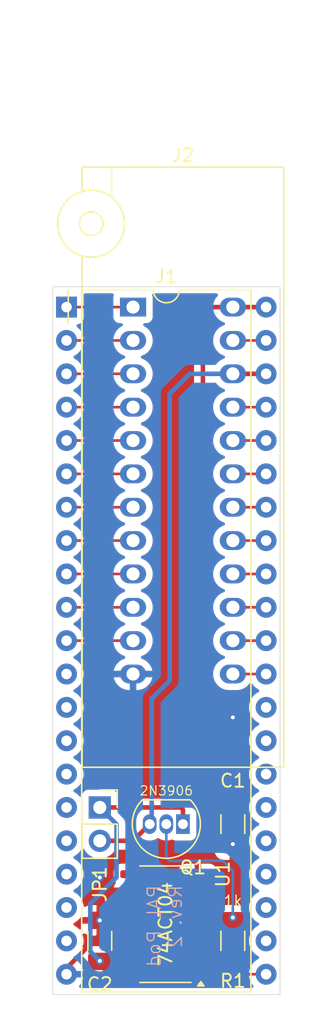
<source format=kicad_pcb>
(kicad_pcb (version 20240108) (generator "pcbnew") (generator_version "8.0")
  (layers (0 "F.Cu" signal) (31 "B.Cu" signal) (34 "B.Paste" user) (35 "F.Paste" user) (36 "B.SilkS" user "B.Silkscreen") (37 "F.SilkS" user "F.Silkscreen") (38 "B.Mask" user) (39 "F.Mask" user) (44 "Edge.Cuts" user))
  (net 0 "")
  (net 1 "GND")
  (net 2 "VCC")
  (net 3 "/ZIF_16")
  (net 4 "/ZIF_36")
  (net 5 "/ZIF_38")
  (net 6 "/ZIF_7")
  (net 7 "/ZIF_29")
  (net 8 "/ZIF_4")
  (net 9 "/ZIF_41")
  (net 10 "/ZIF_2")
  (net 11 "/ZIF_1")
  (net 12 "/ZIF_32")
  (net 13 "/ZIF_25")
  (net 14 "/ZIF_27")
  (net 15 "/ZIF_33")
  (net 16 "/ZIF_24")
  (net 17 "/ZIF_39")
  (net 18 "/ZIF_17")
  (net 19 "/ZIF_37")
  (net 20 "/ZIF_11")
  (net 21 "/ZIF_18")
  (net 22 "/ZIF_28")
  (net 23 "/ZIF_15")
  (net 24 "/ZIF_31")
  (net 25 "/ZIF_23")
  (net 26 "/ZIF_30")
  (net 27 "/ZIF_6")
  (net 28 "/ZIF_34")
  (net 29 "/ZIF_14")
  (net 30 "/ZIF_40")
  (net 31 "/ZIF_35")
  (net 32 "/ZIF_19")
  (net 33 "/ZIF_5")
  (net 34 "/ZIF_12")
  (net 35 "/ZIF_9")
  (net 36 "/ZIF_26")
  (net 37 "/ZIF_20")
  (net 38 "/ZIF_8")
  (net 39 "/ZIF_10")
  (net 40 "/ZIF_22")
  (net 41 "/ZIF_3")
  (net 42 "/ZIF_13")
  (net 43 "Net-(Q1-B)")
  (net 44 "Net-(R1-Pad1)")
  (footprint "Resistor_SMD:R_1206_3216Metric_Pad1.30x1.75mm_HandSolder" (layer "F.Cu") (at 128.27 96.52 90)
    (property "Reference" "R1" (at -3.048 0 180) (layer "F.SilkS"))
    (property "Value" "1k" (at 3.048 0 180) (layer "F.SilkS") (effects (font (size 0.8 0.8) (thickness 0.1))))
    (fp_line (start -0.727064 -0.91) (end 0.727064 -0.91) (stroke (width 0.12)) (layer "F.SilkS"))
    (fp_line (start -0.727064 0.91) (end 0.727064 0.91) (stroke (width 0.12)) (layer "F.SilkS"))
    (pad "1" smd roundrect (at -1.55 0 90) (size 1.3 1.75) (layers "F.Cu" "F.Paste" "F.Mask") (roundrect_rratio 0.192308) (net 44 "Net-(R1-Pad1)"))
    (pad "2" smd roundrect (at 1.55 0 90) (size 1.3 1.75) (layers "F.Cu" "F.Paste" "F.Mask") (roundrect_rratio 0.192308) (net 43 "Net-(Q1-B)"))
  )
  (footprint "Package_DIP:DIP-42_W15.24mm" (layer "F.Cu") (at 115.57 48.26)
    (property "Reference" "J1" (at 7.62 -2.33 0) (layer "F.SilkS"))
    (property "Value" "dupico")
    (fp_line (start 1.16 -1.33) (end 1.16 52.13) (stroke (width 0.12)) (layer "F.SilkS"))
    (fp_line (start 1.16 52.13) (end 14.08 52.13) (stroke (width 0.12)) (layer "F.SilkS"))
    (fp_line (start 6.62 -1.33) (end 1.16 -1.33) (stroke (width 0.12)) (layer "F.SilkS"))
    (fp_line (start 14.08 -1.33) (end 8.62 -1.33) (stroke (width 0.12)) (layer "F.SilkS"))
    (fp_line (start 14.08 52.13) (end 14.08 -1.33) (stroke (width 0.12)) (layer "F.SilkS"))
    (fp_arc (start 8.62 -1.33) (mid 7.62 -0.33) (end 6.62 -1.33) (stroke (width 0.12)) (layer "F.SilkS"))
    (pad "1" thru_hole rect (at 0 0) (size 1.6 1.6) (drill 0.8) (layers "*.Cu" "*.Mask") (net 11 "/ZIF_1"))
    (pad "2" thru_hole oval (at 0 2.54) (size 1.6 1.6) (drill 0.8) (layers "*.Cu" "*.Mask") (net 10 "/ZIF_2"))
    (pad "3" thru_hole oval (at 0 5.08) (size 1.6 1.6) (drill 0.8) (layers "*.Cu" "*.Mask") (net 41 "/ZIF_3"))
    (pad "4" thru_hole oval (at 0 7.62) (size 1.6 1.6) (drill 0.8) (layers "*.Cu" "*.Mask") (net 8 "/ZIF_4"))
    (pad "5" thru_hole oval (at 0 10.16) (size 1.6 1.6) (drill 0.8) (layers "*.Cu" "*.Mask") (net 33 "/ZIF_5"))
    (pad "6" thru_hole oval (at 0 12.7) (size 1.6 1.6) (drill 0.8) (layers "*.Cu" "*.Mask") (net 27 "/ZIF_6"))
    (pad "7" thru_hole oval (at 0 15.24) (size 1.6 1.6) (drill 0.8) (layers "*.Cu" "*.Mask") (net 6 "/ZIF_7"))
    (pad "8" thru_hole oval (at 0 17.78) (size 1.6 1.6) (drill 0.8) (layers "*.Cu" "*.Mask") (net 38 "/ZIF_8"))
    (pad "9" thru_hole oval (at 0 20.32) (size 1.6 1.6) (drill 0.8) (layers "*.Cu" "*.Mask") (net 35 "/ZIF_9"))
    (pad "10" thru_hole oval (at 0 22.86) (size 1.6 1.6) (drill 0.8) (layers "*.Cu" "*.Mask") (net 39 "/ZIF_10"))
    (pad "11" thru_hole oval (at 0 25.4) (size 1.6 1.6) (drill 0.8) (layers "*.Cu" "*.Mask") (net 20 "/ZIF_11"))
    (pad "12" thru_hole oval (at 0 27.94) (size 1.6 1.6) (drill 0.8) (layers "*.Cu" "*.Mask") (net 34 "/ZIF_12"))
    (pad "13" thru_hole oval (at 0 30.48) (size 1.6 1.6) (drill 0.8) (layers "*.Cu" "*.Mask") (net 42 "/ZIF_13"))
    (pad "14" thru_hole oval (at 0 33.02) (size 1.6 1.6) (drill 0.8) (layers "*.Cu" "*.Mask") (net 29 "/ZIF_14"))
    (pad "15" thru_hole oval (at 0 35.56) (size 1.6 1.6) (drill 0.8) (layers "*.Cu" "*.Mask") (net 23 "/ZIF_15"))
    (pad "16" thru_hole oval (at 0 38.1) (size 1.6 1.6) (drill 0.8) (layers "*.Cu" "*.Mask") (net 3 "/ZIF_16"))
    (pad "17" thru_hole oval (at 0 40.64) (size 1.6 1.6) (drill 0.8) (layers "*.Cu" "*.Mask") (net 18 "/ZIF_17"))
    (pad "18" thru_hole oval (at 0 43.18) (size 1.6 1.6) (drill 0.8) (layers "*.Cu" "*.Mask") (net 21 "/ZIF_18"))
    (pad "19" thru_hole oval (at 0 45.72) (size 1.6 1.6) (drill 0.8) (layers "*.Cu" "*.Mask") (net 32 "/ZIF_19"))
    (pad "20" thru_hole oval (at 0 48.26) (size 1.6 1.6) (drill 0.8) (layers "*.Cu" "*.Mask") (net 37 "/ZIF_20"))
    (pad "21" thru_hole oval (at 0 50.8) (size 1.6 1.6) (drill 0.8) (layers "*.Cu" "*.Mask") (net 1 "GND"))
    (pad "22" thru_hole oval (at 15.24 50.8) (size 1.6 1.6) (drill 0.8) (layers "*.Cu" "*.Mask") (net 40 "/ZIF_22"))
    (pad "23" thru_hole oval (at 15.24 48.26) (size 1.6 1.6) (drill 0.8) (layers "*.Cu" "*.Mask") (net 25 "/ZIF_23"))
    (pad "24" thru_hole oval (at 15.24 45.72) (size 1.6 1.6) (drill 0.8) (layers "*.Cu" "*.Mask") (net 16 "/ZIF_24"))
    (pad "25" thru_hole oval (at 15.24 43.18) (size 1.6 1.6) (drill 0.8) (layers "*.Cu" "*.Mask") (net 13 "/ZIF_25"))
    (pad "26" thru_hole oval (at 15.24 40.64) (size 1.6 1.6) (drill 0.8) (layers "*.Cu" "*.Mask") (net 36 "/ZIF_26"))
    (pad "27" thru_hole oval (at 15.24 38.1) (size 1.6 1.6) (drill 0.8) (layers "*.Cu" "*.Mask") (net 14 "/ZIF_27"))
    (pad "28" thru_hole oval (at 15.24 35.56) (size 1.6 1.6) (drill 0.8) (layers "*.Cu" "*.Mask") (net 22 "/ZIF_28"))
    (pad "29" thru_hole oval (at 15.24 33.02) (size 1.6 1.6) (drill 0.8) (layers "*.Cu" "*.Mask") (net 7 "/ZIF_29"))
    (pad "30" thru_hole oval (at 15.24 30.48) (size 1.6 1.6) (drill 0.8) (layers "*.Cu" "*.Mask") (net 26 "/ZIF_30"))
    (pad "31" thru_hole oval (at 15.24 27.94) (size 1.6 1.6) (drill 0.8) (layers "*.Cu" "*.Mask") (net 24 "/ZIF_31"))
    (pad "32" thru_hole oval (at 15.24 25.4) (size 1.6 1.6) (drill 0.8) (layers "*.Cu" "*.Mask") (net 12 "/ZIF_32"))
    (pad "33" thru_hole oval (at 15.24 22.86) (size 1.6 1.6) (drill 0.8) (layers "*.Cu" "*.Mask") (net 15 "/ZIF_33"))
    (pad "34" thru_hole oval (at 15.24 20.32) (size 1.6 1.6) (drill 0.8) (layers "*.Cu" "*.Mask") (net 28 "/ZIF_34"))
    (pad "35" thru_hole oval (at 15.24 17.78) (size 1.6 1.6) (drill 0.8) (layers "*.Cu" "*.Mask") (net 31 "/ZIF_35"))
    (pad "36" thru_hole oval (at 15.24 15.24) (size 1.6 1.6) (drill 0.8) (layers "*.Cu" "*.Mask") (net 4 "/ZIF_36"))
    (pad "37" thru_hole oval (at 15.24 12.7) (size 1.6 1.6) (drill 0.8) (layers "*.Cu" "*.Mask") (net 19 "/ZIF_37"))
    (pad "38" thru_hole oval (at 15.24 10.16) (size 1.6 1.6) (drill 0.8) (layers "*.Cu" "*.Mask") (net 5 "/ZIF_38"))
    (pad "39" thru_hole oval (at 15.24 7.62) (size 1.6 1.6) (drill 0.8) (layers "*.Cu" "*.Mask") (net 17 "/ZIF_39"))
    (pad "40" thru_hole oval (at 15.24 5.08) (size 1.6 1.6) (drill 0.8) (layers "*.Cu" "*.Mask") (net 30 "/ZIF_40"))
    (pad "41" thru_hole oval (at 15.24 2.54) (size 1.6 1.6) (drill 0.8) (layers "*.Cu" "*.Mask") (net 9 "/ZIF_41"))
    (pad "42" thru_hole oval (at 15.24 0) (size 1.6 1.6) (drill 0.8) (layers "*.Cu" "*.Mask") (net 2 "VCC"))
  )
  (footprint "Socket:DIP_Socket-24_W4.3_W5.08_W7.62_W10.16_W10.9_3M_224-5248-00-0602J" (layer "F.Cu") (at 120.65 48.26)
    (property "Reference" "J2" (at 3.81 -11.56 0) (layer "F.SilkS"))
    (property "Value" "GAL")
    (fp_line (start -4.95 1.27) (end -4.95 -1.27) (stroke (width 0.12)) (layer "F.SilkS"))
    (fp_line (start -3.89 -10.66) (end -3.89 -8.8) (stroke (width 0.12)) (layer "F.SilkS"))
    (fp_line (start -3.89 -3.9) (end -3.89 35.04) (stroke (width 0.12)) (layer "F.SilkS"))
    (fp_line (start -3.89 35.04) (end 11.51 35.04) (stroke (width 0.12)) (layer "F.SilkS"))
    (fp_line (start -1.65 -10.66) (end -1.65 -8.4) (stroke (width 0.12)) (layer "F.SilkS"))
    (fp_line (start 11.51 -10.66) (end -3.89 -10.66) (stroke (width 0.12)) (layer "F.SilkS"))
    (fp_line (start 11.51 35.04) (end 11.51 -10.66) (stroke (width 0.12)) (layer "F.SilkS"))
    (fp_circle (center -3.2 -6.35) (end -2.3 -6.35) (stroke (width 0.12)) (fill none) (layer "F.SilkS"))
    (fp_circle (center -3.2 -6.35) (end -0.65 -6.35) (stroke (width 0.12)) (fill none) (layer "F.SilkS"))
    (pad "1" thru_hole rect (at 0 0) (size 2 1.44) (drill 1) (layers "*.Cu" "*.Mask") (net 11 "/ZIF_1"))
    (pad "2" thru_hole oval (at 0 2.54) (size 2 1.44) (drill 1) (layers "*.Cu" "*.Mask") (net 10 "/ZIF_2"))
    (pad "3" thru_hole oval (at 0 5.08) (size 2 1.44) (drill 1) (layers "*.Cu" "*.Mask") (net 41 "/ZIF_3"))
    (pad "4" thru_hole oval (at 0 7.62) (size 2 1.44) (drill 1) (layers "*.Cu" "*.Mask") (net 8 "/ZIF_4"))
    (pad "5" thru_hole oval (at 0 10.16) (size 2 1.44) (drill 1) (layers "*.Cu" "*.Mask") (net 33 "/ZIF_5"))
    (pad "6" thru_hole oval (at 0 12.7) (size 2 1.44) (drill 1) (layers "*.Cu" "*.Mask") (net 27 "/ZIF_6"))
    (pad "7" thru_hole oval (at 0 15.24) (size 2 1.44) (drill 1) (layers "*.Cu" "*.Mask") (net 6 "/ZIF_7"))
    (pad "8" thru_hole oval (at 0 17.78) (size 2 1.44) (drill 1) (layers "*.Cu" "*.Mask") (net 38 "/ZIF_8"))
    (pad "9" thru_hole oval (at 0 20.32) (size 2 1.44) (drill 1) (layers "*.Cu" "*.Mask") (net 35 "/ZIF_9"))
    (pad "10" thru_hole oval (at 0 22.86) (size 2 1.44) (drill 1) (layers "*.Cu" "*.Mask") (net 39 "/ZIF_10"))
    (pad "11" thru_hole oval (at 0 25.4) (size 2 1.44) (drill 1) (layers "*.Cu" "*.Mask") (net 20 "/ZIF_11"))
    (pad "12" thru_hole oval (at 0 27.94) (size 2 1.44) (drill 1) (layers "*.Cu" "*.Mask") (net 1 "GND"))
    (pad "13" thru_hole oval (at 7.62 27.94) (size 2 1.44) (drill 1) (layers "*.Cu" "*.Mask") (net 24 "/ZIF_31"))
    (pad "14" thru_hole oval (at 7.62 25.4) (size 2 1.44) (drill 1) (layers "*.Cu" "*.Mask") (net 12 "/ZIF_32"))
    (pad "15" thru_hole oval (at 7.62 22.86) (size 2 1.44) (drill 1) (layers "*.Cu" "*.Mask") (net 15 "/ZIF_33"))
    (pad "16" thru_hole oval (at 7.62 20.32) (size 2 1.44) (drill 1) (layers "*.Cu" "*.Mask") (net 28 "/ZIF_34"))
    (pad "17" thru_hole oval (at 7.62 17.78) (size 2 1.44) (drill 1) (layers "*.Cu" "*.Mask") (net 31 "/ZIF_35"))
    (pad "18" thru_hole oval (at 7.62 15.24) (size 2 1.44) (drill 1) (layers "*.Cu" "*.Mask") (net 4 "/ZIF_36"))
    (pad "19" thru_hole oval (at 7.62 12.7) (size 2 1.44) (drill 1) (layers "*.Cu" "*.Mask") (net 19 "/ZIF_37"))
    (pad "20" thru_hole oval (at 7.62 10.16) (size 2 1.44) (drill 1) (layers "*.Cu" "*.Mask") (net 5 "/ZIF_38"))
    (pad "21" thru_hole oval (at 7.62 7.62) (size 2 1.44) (drill 1) (layers "*.Cu" "*.Mask") (net 17 "/ZIF_39"))
    (pad "22" thru_hole oval (at 7.62 5.08) (size 2 1.44) (drill 1) (layers "*.Cu" "*.Mask") (net 30 "/ZIF_40"))
    (pad "23" thru_hole oval (at 7.62 2.54) (size 2 1.44) (drill 1) (layers "*.Cu" "*.Mask") (net 9 "/ZIF_41"))
    (pad "24" thru_hole oval (at 7.62 0) (size 2 1.44) (drill 1) (layers "*.Cu" "*.Mask") (net 2 "VCC"))
  )
  (footprint "Package_TO_SOT_THT:TO-92_Inline" (layer "F.Cu") (at 124.46 87.63 180)
    (property "Reference" "Q1" (at -0.762 -3.302 360) (layer "F.SilkS"))
    (property "Value" "2N3906" (at 1.27 2.54 360) (layer "F.SilkS") (effects (font (size 0.7 0.7) (thickness 0.09))))
    (fp_line (start -0.53 1.85) (end 3.07 1.85) (stroke (width 0.12)) (layer "F.SilkS"))
    (fp_arc (start 1.27 -2.6) (mid 3.672087 -0.994977) (end 3.108478 1.838478) (stroke (width 0.12)) (layer "F.SilkS"))
    (fp_arc (start -0.568478 1.838478) (mid -1.132087 -0.994977) (end 1.27 -2.6) (stroke (width 0.12)) (layer "F.SilkS"))
    (pad "1" thru_hole rect (at 0 0 180) (size 1.05 1.5) (drill 0.75) (layers "*.Cu" "*.Mask") (net 2 "VCC"))
    (pad "2" thru_hole oval (at 1.27 0 180) (size 1.05 1.5) (drill 0.75) (layers "*.Cu" "*.Mask") (net 43 "Net-(Q1-B)"))
    (pad "3" thru_hole oval (at 2.54 0 180) (size 1.05 1.5) (drill 0.75) (layers "*.Cu" "*.Mask") (net 30 "/ZIF_40"))
  )
  (footprint "Package_SO:SO-14_3.9x8.65mm_P1.27mm" (layer "F.Cu") (at 123.125 95.25 180)
    (property "Reference" "U1" (at -4.383 3.81 90) (layer "F.SilkS"))
    (property "Value" "74ACT04" (at 0 0 90) (layer "F.SilkS"))
    (fp_line (start 0 4.435) (end 1.95 4.435) (stroke (width 0.12)) (layer "F.SilkS"))
    (fp_line (start 0 4.435) (end -1.95 4.435) (stroke (width 0.12)) (layer "F.SilkS"))
    (fp_line (start 0 -4.435) (end 1.95 -4.435) (stroke (width 0.12)) (layer "F.SilkS"))
    (fp_line (start 0 -4.435) (end -1.95 -4.435) (stroke (width 0.12)) (layer "F.SilkS"))
    (fp_poly (pts (xy -2.7 -4.37) (xy -2.94 -4.7) (xy -2.46 -4.7) (xy -2.7 -4.37)) (stroke (width 0.12)) (fill solid) (layer "F.SilkS"))
    (pad "1" smd roundrect (at -2.475 -3.81 180) (size 1.95 0.6) (layers "F.Cu" "F.Paste" "F.Mask") (net 40 "/ZIF_22"))
    (pad "2" smd roundrect (at -2.475 -2.54 180) (size 1.95 0.6) (layers "F.Cu" "F.Paste" "F.Mask") (net 44 "Net-(R1-Pad1)"))
    (pad "3" smd roundrect (at -2.475 -1.27 180) (size 1.95 0.6) (layers "F.Cu" "F.Paste" "F.Mask") (net 1 "GND"))
    (pad "4" smd roundrect (at -2.475 0 180) (size 1.95 0.6) (layers "F.Cu" "F.Paste" "F.Mask"))
    (pad "5" smd roundrect (at -2.475 1.27 180) (size 1.95 0.6) (layers "F.Cu" "F.Paste" "F.Mask") (net 1 "GND"))
    (pad "6" smd roundrect (at -2.475 2.54 180) (size 1.95 0.6) (layers "F.Cu" "F.Paste" "F.Mask"))
    (pad "7" smd roundrect (at -2.475 3.81 180) (size 1.95 0.6) (layers "F.Cu" "F.Paste" "F.Mask") (net 1 "GND"))
    (pad "8" smd roundrect (at 2.475 3.81 180) (size 1.95 0.6) (layers "F.Cu" "F.Paste" "F.Mask"))
    (pad "9" smd roundrect (at 2.475 2.54 180) (size 1.95 0.6) (layers "F.Cu" "F.Paste" "F.Mask") (net 1 "GND"))
    (pad "10" smd roundrect (at 2.475 1.27 180) (size 1.95 0.6) (layers "F.Cu" "F.Paste" "F.Mask"))
    (pad "11" smd roundrect (at 2.475 0 180) (size 1.95 0.6) (layers "F.Cu" "F.Paste" "F.Mask") (net 1 "GND"))
    (pad "12" smd roundrect (at 2.475 -1.27 180) (size 1.95 0.6) (layers "F.Cu" "F.Paste" "F.Mask"))
    (pad "13" smd roundrect (at 2.475 -2.54 180) (size 1.95 0.6) (layers "F.Cu" "F.Paste" "F.Mask") (net 1 "GND"))
    (pad "14" smd roundrect (at 2.475 -3.81 180) (size 1.95 0.6) (layers "F.Cu" "F.Paste" "F.Mask") (net 2 "VCC"))
  )
  (footprint "Capacitor_SMD:C_1206_3216Metric_Pad1.33x1.80mm_HandSolder" (layer "F.Cu") (at 118.11 96.52 90)
    (property "Reference" "C2" (at -3.302 0 180) (layer "F.SilkS"))
    (property "Value" "100nF")
    (fp_line (start -0.711252 -0.91) (end 0.711252 -0.91) (stroke (width 0.12)) (layer "F.SilkS"))
    (fp_line (start -0.711252 0.91) (end 0.711252 0.91) (stroke (width 0.12)) (layer "F.SilkS"))
    (pad "1" smd roundrect (at -1.5625 0 90) (size 1.325 1.8) (layers "F.Cu" "F.Paste" "F.Mask") (roundrect_rratio 0.188679) (net 2 "VCC"))
    (pad "2" smd roundrect (at 1.5625 0 90) (size 1.325 1.8) (layers "F.Cu" "F.Paste" "F.Mask") (roundrect_rratio 0.188679) (net 1 "GND"))
  )
  (footprint "Capacitor_SMD:C_1206_3216Metric_Pad1.33x1.80mm_HandSolder" (layer "F.Cu") (at 128.27 87.63 -90)
    (property "Reference" "C1" (at -3.302 0 180) (layer "F.SilkS"))
    (property "Value" "100nF")
    (fp_line (start -0.711252 0.91) (end 0.711252 0.91) (stroke (width 0.12)) (layer "F.SilkS"))
    (fp_line (start -0.711252 -0.91) (end 0.711252 -0.91) (stroke (width 0.12)) (layer "F.SilkS"))
    (pad "1" smd roundrect (at -1.5625 0 270) (size 1.325 1.8) (layers "F.Cu" "F.Paste" "F.Mask") (roundrect_rratio 0.188679) (net 2 "VCC"))
    (pad "2" smd roundrect (at 1.5625 0 270) (size 1.325 1.8) (layers "F.Cu" "F.Paste" "F.Mask") (roundrect_rratio 0.188679) (net 1 "GND"))
  )
  (footprint "Connector_PinSocket_2.54mm:PinSocket_1x02_P2.54mm_Vertical" (layer "F.Cu") (at 118.11 86.36)
    (property "Reference" "JP1" (at 0 5.842 90) (layer "F.SilkS"))
    (property "Value" "Force VCC")
    (fp_line (start -1.33 1.27) (end -1.33 3.87) (stroke (width 0.12)) (layer "F.SilkS"))
    (fp_line (start -1.33 1.27) (end 1.33 1.27) (stroke (width 0.12)) (layer "F.SilkS"))
    (fp_line (start -1.33 3.87) (end 1.33 3.87) (stroke (width 0.12)) (layer "F.SilkS"))
    (fp_line (start 0 -1.33) (end 1.33 -1.33) (stroke (width 0.12)) (layer "F.SilkS"))
    (fp_line (start 1.33 -1.33) (end 1.33 0) (stroke (width 0.12)) (layer "F.SilkS"))
    (fp_line (start 1.33 1.27) (end 1.33 3.87) (stroke (width 0.12)) (layer "F.SilkS"))
    (pad "1" thru_hole rect (at 0 0) (size 1.7 1.7) (drill 1) (layers "*.Cu" "*.Mask") (net 2 "VCC"))
    (pad "2" thru_hole oval (at 0 2.54) (size 1.7 1.7) (drill 1) (layers "*.Cu" "*.Mask") (net 30 "/ZIF_40"))
  )
  (gr_line (start 114.52 46.71) (end 114.52 100.61) (stroke (width 0.05)) (layer "Edge.Cuts"))
  (gr_line (start 131.87 100.61) (end 114.52 100.61) (stroke (width 0.05)) (layer "Edge.Cuts"))
  (gr_line (start 131.87 100.61) (end 131.87 46.71) (stroke (width 0.05)) (layer "Edge.Cuts"))
  (gr_line (start 114.52 46.71) (end 131.87 46.71) (stroke (width 0.05)) (layer "Edge.Cuts"))
  (gr_text "PAL Pod\nRev. 2" (at 124.46 92.202 90) (layer "B.SilkS") (effects (font (size 1 1) (thickness 0.1)) (justify left bottom mirror)))
  (segment (start 118.11 94.9575) (end 118.11 91.694) (width 0.35) (layer "F.Cu") (net 1))
  (segment (start 128.27 90.424) (end 127.254 91.44) (width 0.35) (layer "F.Cu") (net 1))
  (segment (start 118.11 94.9575) (end 118.11 96.058478) (width 0.35) (layer "F.Cu") (net 1))
  (segment (start 118.4025 95.25) (end 118.11 94.9575) (width 0.35) (layer "F.Cu") (net 1))
  (segment (start 123.698 92.71) (end 123.698 92.456) (width 0.35) (layer "F.Cu") (net 1))
  (segment (start 123.698 94.742) (end 123.698 93.98) (width 0.35) (layer "F.Cu") (net 1))
  (segment (start 123.19 97.79) (end 123.698 97.282) (width 0.35) (layer "F.Cu") (net 1))
  (segment (start 127.254 91.44) (end 125.6 91.44) (width 0.35) (layer "F.Cu") (net 1))
  (segment (start 120.65 97.79) (end 123.19 97.79) (width 0.35) (layer "F.Cu") (net 1))
  (segment (start 123.698 92.456) (end 124.714 91.44) (width 0.35) (layer "F.Cu") (net 1))
  (segment (start 120.65 95.25) (end 123.698 95.25) (width 0.35) (layer "F.Cu") (net 1))
  (segment (start 123.698 93.98) (end 123.698 92.71) (width 0.35) (layer "F.Cu") (net 1))
  (segment (start 125.6 93.98) (end 123.698 93.98) (width 0.35) (layer "F.Cu") (net 1))
  (segment (start 123.698 97.282) (end 123.698 94.742) (width 0.35) (layer "F.Cu") (net 1))
  (segment (start 120.65 92.71) (end 123.698 92.71) (width 0.35) (layer "F.Cu") (net 1))
  (segment (start 123.698 95.25) (end 123.698 94.742) (width 0.35) (layer "F.Cu") (net 1))
  (segment (start 124.714 91.44) (end 125.6 91.44) (width 0.35) (layer "F.Cu") (net 1))
  (segment (start 124.625001 96.52) (end 123.698 95.592999) (width 0.35) (layer "F.Cu") (net 1))
  (segment (start 115.57 98.598478) (end 115.57 99.06) (width 0.35) (layer "F.Cu") (net 1))
  (segment (start 123.698 95.592999) (end 123.698 95.25) (width 0.35) (layer "F.Cu") (net 1))
  (segment (start 118.11 96.058478) (end 115.57 98.598478) (width 0.35) (layer "F.Cu") (net 1))
  (segment (start 120.65 95.25) (end 118.4025 95.25) (width 0.35) (layer "F.Cu") (net 1))
  (segment (start 128.27 89.154) (end 128.27 90.424) (width 0.35) (layer "F.Cu") (net 1))
  (segment (start 125.6 96.52) (end 124.625001 96.52) (width 0.35) (layer "F.Cu") (net 1))
  (segment (start 128.27 89.1925) (end 128.27 89.154) (width 0.35) (layer "F.Cu") (net 1))
  (via (at 118.11 91.694) (size 0.6) (drill 0.3) (layers "F.Cu" "B.Cu") (net 1))
  (via (at 128.27 79.502) (size 0.6) (drill 0.3) (layers "F.Cu" "B.Cu") (net 1))
  (via (at 118.11 94.9575) (size 0.6) (drill 0.3) (layers "F.Cu" "B.Cu") (net 1))
  (via (at 128.27 89.154) (size 0.6) (drill 0.3) (layers "F.Cu" "B.Cu") (net 1))
  (segment (start 128.27 89.154) (end 128.27 79.502) (width 0.35) (layer "B.Cu") (net 1))
  (segment (start 120.65 76.2) (end 120.65 94.234) (width 0.35) (layer "B.Cu") (net 1))
  (segment (start 120.65 94.234) (end 119.9265 94.9575) (width 0.35) (layer "B.Cu") (net 1))
  (segment (start 119.9265 94.9575) (end 118.11 94.9575) (width 0.35) (layer "B.Cu") (net 1))
  (segment (start 118.11 98.044) (end 118.11 98.298) (width 0.35) (layer "F.Cu") (net 2))
  (segment (start 128.27 48.26) (end 130.81 48.26) (width 0.35) (layer "F.Cu") (net 2))
  (segment (start 125.984 81.026) (end 127.508 82.55) (width 0.35) (layer "F.Cu") (net 2))
  (segment (start 126.746 48.26) (end 125.984 49.022) (width 0.35) (layer "F.Cu") (net 2))
  (segment (start 127.508 82.55) (end 127.508 83.058) (width 0.35) (layer "F.Cu") (net 2))
  (segment (start 118.11 86.36) (end 123.952 86.36) (width 0.35) (layer "F.Cu") (net 2))
  (segment (start 124.2445 86.0675) (end 128.27 86.0675) (width 0.35) (layer "F.Cu") (net 2))
  (segment (start 123.952 86.36) (end 124.29 86.36) (width 0.35) (layer "F.Cu") (net 2))
  (segment (start 118.872 99.06) (end 120.65 99.06) (width 0.35) (layer "F.Cu") (net 2))
  (segment (start 128.27 83.82) (end 128.27 86.0675) (width 0.35) (layer "F.Cu") (net 2))
  (segment (start 123.952 86.36) (end 124.2445 86.0675) (width 0.35) (layer "F.Cu") (net 2))
  (segment (start 124.29 86.36) (end 124.46 86.53) (width 0.35) (layer "F.Cu") (net 2))
  (segment (start 118.11 98.298) (end 118.872 99.06) (width 0.35) (layer "F.Cu") (net 2))
  (segment (start 118.11 98.0825) (end 118.11 98.044) (width 0.35) (layer "F.Cu") (net 2))
  (segment (start 124.46 86.53) (end 124.46 87.63) (width 0.35) (layer "F.Cu") (net 2))
  (segment (start 125.984 49.022) (end 125.984 81.026) (width 0.35) (layer "F.Cu") (net 2))
  (segment (start 127.508 83.058) (end 128.27 83.82) (width 0.35) (layer "F.Cu") (net 2))
  (segment (start 128.27 48.26) (end 126.746 48.26) (width 0.35) (layer "F.Cu") (net 2))
  (via (at 118.11 98.044) (size 0.6) (drill 0.3) (layers "F.Cu" "B.Cu") (net 2))
  (segment (start 118.11 98.044) (end 117.385 97.319) (width 0.35) (layer "B.Cu") (net 2))
  (segment (start 119.385 91.689) (end 119.385 87.635) (width 0.35) (layer "B.Cu") (net 2))
  (segment (start 117.385 97.319) (end 117.385 93.689) (width 0.35) (layer "B.Cu") (net 2))
  (segment (start 117.385 93.689) (end 119.385 91.689) (width 0.35) (layer "B.Cu") (net 2))
  (segment (start 119.385 87.635) (end 118.11 86.36) (width 0.35) (layer "B.Cu") (net 2))
  (segment (start 128.27 63.5) (end 130.81 63.5) (width 0.2) (layer "F.Cu") (net 4))
  (segment (start 128.27 58.42) (end 130.81 58.42) (width 0.2) (layer "F.Cu") (net 5))
  (segment (start 120.65 63.5) (end 115.57 63.5) (width 0.2) (layer "F.Cu") (net 6))
  (segment (start 120.65 55.88) (end 115.57 55.88) (width 0.2) (layer "F.Cu") (net 8))
  (segment (start 128.27 50.8) (end 130.81 50.8) (width 0.2) (layer "F.Cu") (net 9))
  (segment (start 120.65 50.8) (end 115.57 50.8) (width 0.2) (layer "F.Cu") (net 10))
  (segment (start 120.65 48.26) (end 115.57 48.26) (width 0.2) (layer "F.Cu") (net 11))
  (segment (start 128.27 73.66) (end 130.81 73.66) (width 0.2) (layer "F.Cu") (net 12))
  (segment (start 128.27 71.12) (end 130.81 71.12) (width 0.2) (layer "F.Cu") (net 15))
  (segment (start 128.27 55.88) (end 130.81 55.88) (width 0.2) (layer "F.Cu") (net 17))
  (segment (start 128.27 60.96) (end 130.81 60.96) (width 0.2) (layer "F.Cu") (net 19))
  (segment (start 120.65 73.66) (end 115.57 73.66) (width 0.2) (layer "F.Cu") (net 20))
  (segment (start 128.27 76.2) (end 130.81 76.2) (width 0.2) (layer "F.Cu") (net 24))
  (segment (start 120.65 60.96) (end 115.57 60.96) (width 0.2) (layer "F.Cu") (net 27))
  (segment (start 128.27 68.58) (end 130.81 68.58) (width 0.2) (layer "F.Cu") (net 28))
  (segment (start 120.65 88.9) (end 121.92 87.63) (width 0.35) (layer "F.Cu") (net 30))
  (segment (start 118.11 88.9) (end 120.65 88.9) (width 0.35) (layer "F.Cu") (net 30))
  (segment (start 128.27 53.34) (end 130.81 53.34) (width 0.35) (layer "F.Cu") (net 30))
  (segment (start 122.075 78.077) (end 123.444 76.708) (width 0.35) (layer "B.Cu") (net 30))
  (segment (start 124.968 53.34) (end 128.27 53.34) (width 0.35) (layer "B.Cu") (net 30))
  (segment (start 121.92 87.63) (end 122.075 87.475) (width 0.35) (layer "B.Cu") (net 30))
  (segment (start 122.075 87.475) (end 122.075 78.077) (width 0.35) (layer "B.Cu") (net 30))
  (segment (start 123.444 76.708) (end 123.444 54.864) (width 0.35) (layer "B.Cu") (net 30))
  (segment (start 123.444 54.864) (end 124.968 53.34) (width 0.35) (layer "B.Cu") (net 30))
  (segment (start 128.27 66.04) (end 130.81 66.04) (width 0.2) (layer "F.Cu") (net 31))
  (segment (start 120.65 58.42) (end 115.57 58.42) (width 0.2) (layer "F.Cu") (net 33))
  (segment (start 120.65 68.58) (end 115.57 68.58) (width 0.2) (layer "F.Cu") (net 35))
  (segment (start 120.65 66.04) (end 115.57 66.04) (width 0.2) (layer "F.Cu") (net 38))
  (segment (start 120.65 71.12) (end 115.57 71.12) (width 0.2) (layer "F.Cu") (net 39))
  (segment (start 125.6 99.06) (end 130.81 99.06) (width 0.2) (layer "F.Cu") (net 40))
  (segment (start 120.65 53.34) (end 115.57 53.34) (width 0.2) (layer "F.Cu") (net 41))
  (segment (start 128.27 94.97) (end 128.27 94.742) (width 0.2) (layer "F.Cu") (net 43))
  (via (at 128.27 94.742) (size 0.6) (drill 0.3) (layers "F.Cu" "B.Cu") (net 43))
  (segment (start 128.27 94.742) (end 128.27 91.186) (width 0.2) (layer "B.Cu") (net 43))
  (segment (start 123.444 90.424) (end 123.19 90.17) (width 0.2) (layer "B.Cu") (net 43))
  (segment (start 123.19 90.17) (end 123.19 87.63) (width 0.2) (layer "B.Cu") (net 43))
  (segment (start 128.27 91.186) (end 127.508 90.424) (width 0.2) (layer "B.Cu") (net 43))
  (segment (start 127.508 90.424) (end 123.444 90.424) (width 0.2) (layer "B.Cu") (net 43))
  (segment (start 127.534 98.07) (end 127.254 97.79) (width 0.2) (layer "F.Cu") (net 44))
  (segment (start 127.254 97.79) (end 125.6 97.79) (width 0.2) (layer "F.Cu") (net 44))
  (segment (start 128.27 98.07) (end 127.534 98.07) (width 0.2) (layer "F.Cu") (net 44))
  (zone (net 1) (net_name "GND") (layers "F&B.Cu") (connect_pads (clearance 0.5)) (min_thickness 0.25) (fill yes (thermal_gap 0.5) (thermal_bridge_width 0.5))
    (polygon (pts (xy 110.49 43.18) (xy 134.62 43.18) (xy 134.62 102.87) (xy 110.49 102.87)))
  )
)
</source>
